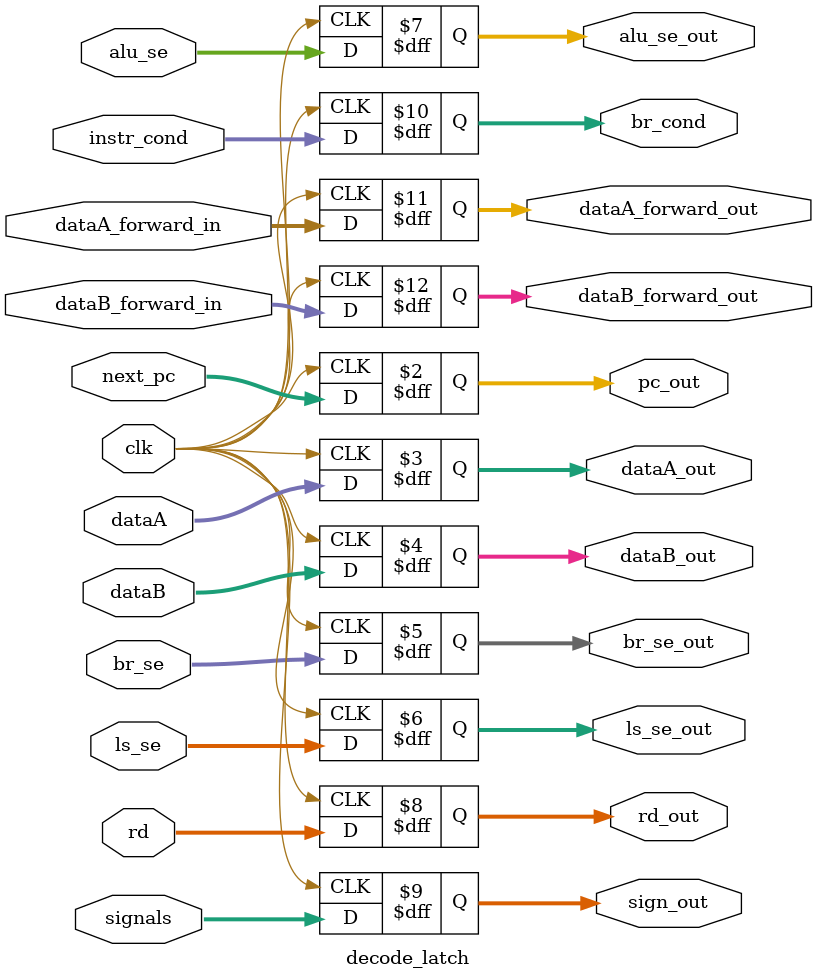
<source format=v>
`timescale 1ns / 1ps
module decode_latch(
//input control signals in the future
			input clk,
			input [31:0] next_pc,
			input [31:0] dataA, dataB,
			input [31:0] br_se,             //branch sign extended   
			input [31:0] ls_se,             //load / store sign extended
			input [31:0] alu_se,            // alu sign extended
			input [3:0]  rd,
			input [10:0] signals,
			input [3:0] instr_cond,
			input [3:0] dataA_forward_in, dataB_forward_in,
			//input [4:0]  rd, for immediate type
			output reg [31:0] pc_out,
			output reg [31:0] dataA_out, dataB_out,
			output reg [31:0] br_se_out,
			output reg [31:0] ls_se_out,
			output reg [31:0] alu_se_out,
			output reg [3:0] rd_out,
			output reg [10:0] sign_out,
			output reg [3:0] br_cond,
			output reg [3:0] dataA_forward_out, dataB_forward_out
					);
					
		always @ (posedge clk)
		begin
		pc_out <= next_pc;
		dataA_out <= dataA;
		dataB_out <= dataB;
		br_se_out <= br_se;
		ls_se_out <= ls_se;
		alu_se_out <= alu_se;
		rd_out <= rd;
		sign_out <= signals;
		br_cond <= instr_cond;
		dataA_forward_out <= dataA_forward_in;
		dataB_forward_out <= dataB_forward_in;
		end
endmodule
//still need to add control signals

</source>
